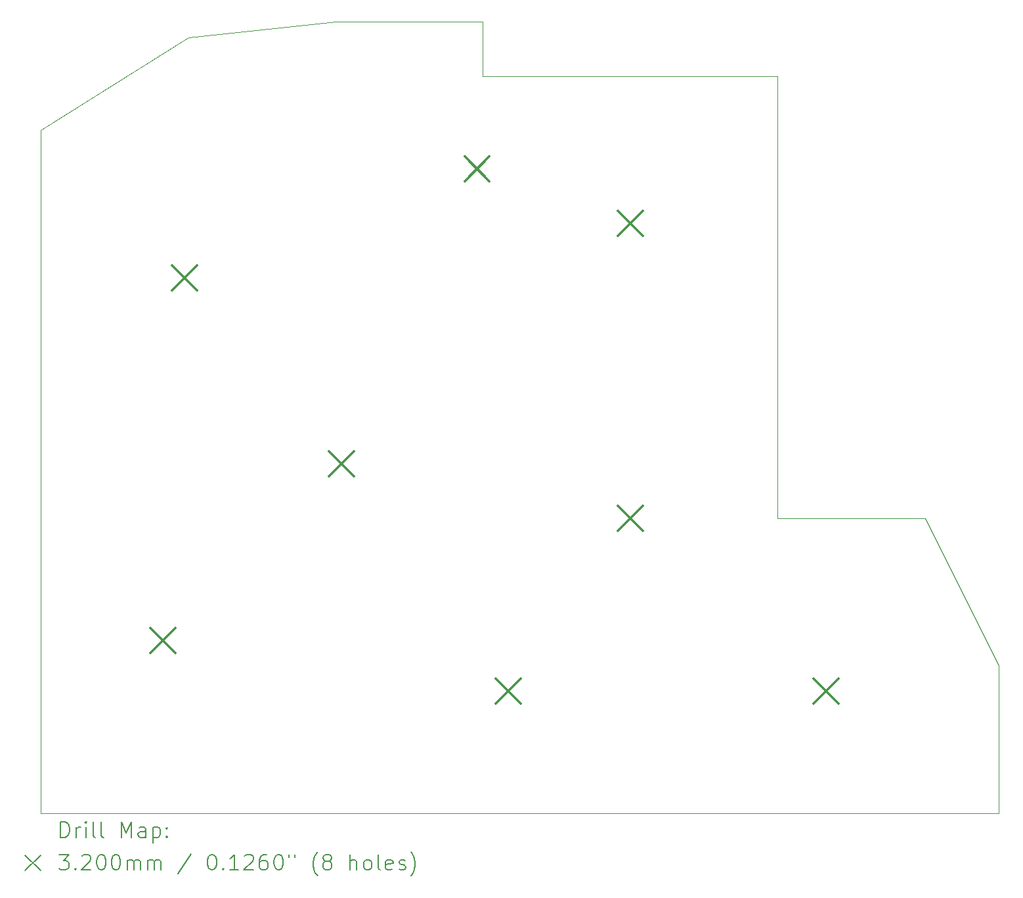
<source format=gbr>
%FSLAX45Y45*%
G04 Gerber Fmt 4.5, Leading zero omitted, Abs format (unit mm)*
G04 Created by KiCad (PCBNEW (5.99.0-12766-g4a3658027e)) date 2021-10-23 13:29:27*
%MOMM*%
%LPD*%
G01*
G04 APERTURE LIST*
%TA.AperFunction,Profile*%
%ADD10C,0.050000*%
%TD*%
%ADD11C,0.200000*%
%ADD12C,0.320000*%
G04 APERTURE END LIST*
D10*
X3375000Y-1500000D02*
X1475000Y-2700000D01*
X13825000Y-11500000D02*
X13825000Y-9600000D01*
X10975000Y-7700000D02*
X12875000Y-7700000D01*
X10975000Y-2000000D02*
X7175000Y-2000000D01*
X10975000Y-7700000D02*
X10975000Y-2000000D01*
X7175000Y-1300000D02*
X5275000Y-1300000D01*
X5275000Y-1300000D02*
X3375000Y-1500000D01*
X7175000Y-2000000D02*
X7175000Y-1300000D01*
X1475000Y-2700000D02*
X1475000Y-11500000D01*
X1475000Y-11500000D02*
X13825000Y-11500000D01*
X13825000Y-9600000D02*
X12875000Y-7700000D01*
D11*
D12*
X2890000Y-9115000D02*
X3210000Y-9435000D01*
X3210000Y-9115000D02*
X2890000Y-9435000D01*
X3165000Y-4440000D02*
X3485000Y-4760000D01*
X3485000Y-4440000D02*
X3165000Y-4760000D01*
X5190000Y-6840000D02*
X5510000Y-7160000D01*
X5510000Y-6840000D02*
X5190000Y-7160000D01*
X6940000Y-3040000D02*
X7260000Y-3360000D01*
X7260000Y-3040000D02*
X6940000Y-3360000D01*
X7340000Y-9765000D02*
X7660000Y-10085000D01*
X7660000Y-9765000D02*
X7340000Y-10085000D01*
X8915000Y-3740000D02*
X9235000Y-4060000D01*
X9235000Y-3740000D02*
X8915000Y-4060000D01*
X8915000Y-7540000D02*
X9235000Y-7860000D01*
X9235000Y-7540000D02*
X8915000Y-7860000D01*
X11440000Y-9765000D02*
X11760000Y-10085000D01*
X11760000Y-9765000D02*
X11440000Y-10085000D01*
D11*
X1730119Y-11812976D02*
X1730119Y-11612976D01*
X1777738Y-11612976D01*
X1806309Y-11622500D01*
X1825357Y-11641548D01*
X1834881Y-11660595D01*
X1844405Y-11698690D01*
X1844405Y-11727262D01*
X1834881Y-11765357D01*
X1825357Y-11784405D01*
X1806309Y-11803452D01*
X1777738Y-11812976D01*
X1730119Y-11812976D01*
X1930119Y-11812976D02*
X1930119Y-11679643D01*
X1930119Y-11717738D02*
X1939643Y-11698690D01*
X1949167Y-11689167D01*
X1968214Y-11679643D01*
X1987262Y-11679643D01*
X2053928Y-11812976D02*
X2053928Y-11679643D01*
X2053928Y-11612976D02*
X2044405Y-11622500D01*
X2053928Y-11632024D01*
X2063452Y-11622500D01*
X2053928Y-11612976D01*
X2053928Y-11632024D01*
X2177738Y-11812976D02*
X2158690Y-11803452D01*
X2149167Y-11784405D01*
X2149167Y-11612976D01*
X2282500Y-11812976D02*
X2263452Y-11803452D01*
X2253929Y-11784405D01*
X2253929Y-11612976D01*
X2511071Y-11812976D02*
X2511071Y-11612976D01*
X2577738Y-11755833D01*
X2644405Y-11612976D01*
X2644405Y-11812976D01*
X2825357Y-11812976D02*
X2825357Y-11708214D01*
X2815833Y-11689167D01*
X2796786Y-11679643D01*
X2758690Y-11679643D01*
X2739643Y-11689167D01*
X2825357Y-11803452D02*
X2806309Y-11812976D01*
X2758690Y-11812976D01*
X2739643Y-11803452D01*
X2730119Y-11784405D01*
X2730119Y-11765357D01*
X2739643Y-11746309D01*
X2758690Y-11736786D01*
X2806309Y-11736786D01*
X2825357Y-11727262D01*
X2920595Y-11679643D02*
X2920595Y-11879643D01*
X2920595Y-11689167D02*
X2939643Y-11679643D01*
X2977738Y-11679643D01*
X2996786Y-11689167D01*
X3006309Y-11698690D01*
X3015833Y-11717738D01*
X3015833Y-11774881D01*
X3006309Y-11793928D01*
X2996786Y-11803452D01*
X2977738Y-11812976D01*
X2939643Y-11812976D01*
X2920595Y-11803452D01*
X3101548Y-11793928D02*
X3111071Y-11803452D01*
X3101548Y-11812976D01*
X3092024Y-11803452D01*
X3101548Y-11793928D01*
X3101548Y-11812976D01*
X3101548Y-11689167D02*
X3111071Y-11698690D01*
X3101548Y-11708214D01*
X3092024Y-11698690D01*
X3101548Y-11689167D01*
X3101548Y-11708214D01*
X1272500Y-12042500D02*
X1472500Y-12242500D01*
X1472500Y-12042500D02*
X1272500Y-12242500D01*
X1711071Y-12032976D02*
X1834881Y-12032976D01*
X1768214Y-12109167D01*
X1796786Y-12109167D01*
X1815833Y-12118690D01*
X1825357Y-12128214D01*
X1834881Y-12147262D01*
X1834881Y-12194881D01*
X1825357Y-12213928D01*
X1815833Y-12223452D01*
X1796786Y-12232976D01*
X1739643Y-12232976D01*
X1720595Y-12223452D01*
X1711071Y-12213928D01*
X1920595Y-12213928D02*
X1930119Y-12223452D01*
X1920595Y-12232976D01*
X1911071Y-12223452D01*
X1920595Y-12213928D01*
X1920595Y-12232976D01*
X2006309Y-12052024D02*
X2015833Y-12042500D01*
X2034881Y-12032976D01*
X2082500Y-12032976D01*
X2101548Y-12042500D01*
X2111071Y-12052024D01*
X2120595Y-12071071D01*
X2120595Y-12090119D01*
X2111071Y-12118690D01*
X1996786Y-12232976D01*
X2120595Y-12232976D01*
X2244405Y-12032976D02*
X2263452Y-12032976D01*
X2282500Y-12042500D01*
X2292024Y-12052024D01*
X2301548Y-12071071D01*
X2311071Y-12109167D01*
X2311071Y-12156786D01*
X2301548Y-12194881D01*
X2292024Y-12213928D01*
X2282500Y-12223452D01*
X2263452Y-12232976D01*
X2244405Y-12232976D01*
X2225357Y-12223452D01*
X2215833Y-12213928D01*
X2206310Y-12194881D01*
X2196786Y-12156786D01*
X2196786Y-12109167D01*
X2206310Y-12071071D01*
X2215833Y-12052024D01*
X2225357Y-12042500D01*
X2244405Y-12032976D01*
X2434881Y-12032976D02*
X2453929Y-12032976D01*
X2472976Y-12042500D01*
X2482500Y-12052024D01*
X2492024Y-12071071D01*
X2501548Y-12109167D01*
X2501548Y-12156786D01*
X2492024Y-12194881D01*
X2482500Y-12213928D01*
X2472976Y-12223452D01*
X2453929Y-12232976D01*
X2434881Y-12232976D01*
X2415833Y-12223452D01*
X2406310Y-12213928D01*
X2396786Y-12194881D01*
X2387262Y-12156786D01*
X2387262Y-12109167D01*
X2396786Y-12071071D01*
X2406310Y-12052024D01*
X2415833Y-12042500D01*
X2434881Y-12032976D01*
X2587262Y-12232976D02*
X2587262Y-12099643D01*
X2587262Y-12118690D02*
X2596786Y-12109167D01*
X2615833Y-12099643D01*
X2644405Y-12099643D01*
X2663452Y-12109167D01*
X2672976Y-12128214D01*
X2672976Y-12232976D01*
X2672976Y-12128214D02*
X2682500Y-12109167D01*
X2701548Y-12099643D01*
X2730119Y-12099643D01*
X2749167Y-12109167D01*
X2758690Y-12128214D01*
X2758690Y-12232976D01*
X2853928Y-12232976D02*
X2853928Y-12099643D01*
X2853928Y-12118690D02*
X2863452Y-12109167D01*
X2882500Y-12099643D01*
X2911071Y-12099643D01*
X2930119Y-12109167D01*
X2939643Y-12128214D01*
X2939643Y-12232976D01*
X2939643Y-12128214D02*
X2949167Y-12109167D01*
X2968214Y-12099643D01*
X2996786Y-12099643D01*
X3015833Y-12109167D01*
X3025357Y-12128214D01*
X3025357Y-12232976D01*
X3415833Y-12023452D02*
X3244405Y-12280595D01*
X3672976Y-12032976D02*
X3692024Y-12032976D01*
X3711071Y-12042500D01*
X3720595Y-12052024D01*
X3730119Y-12071071D01*
X3739643Y-12109167D01*
X3739643Y-12156786D01*
X3730119Y-12194881D01*
X3720595Y-12213928D01*
X3711071Y-12223452D01*
X3692024Y-12232976D01*
X3672976Y-12232976D01*
X3653928Y-12223452D01*
X3644405Y-12213928D01*
X3634881Y-12194881D01*
X3625357Y-12156786D01*
X3625357Y-12109167D01*
X3634881Y-12071071D01*
X3644405Y-12052024D01*
X3653928Y-12042500D01*
X3672976Y-12032976D01*
X3825357Y-12213928D02*
X3834881Y-12223452D01*
X3825357Y-12232976D01*
X3815833Y-12223452D01*
X3825357Y-12213928D01*
X3825357Y-12232976D01*
X4025357Y-12232976D02*
X3911071Y-12232976D01*
X3968214Y-12232976D02*
X3968214Y-12032976D01*
X3949167Y-12061548D01*
X3930119Y-12080595D01*
X3911071Y-12090119D01*
X4101548Y-12052024D02*
X4111071Y-12042500D01*
X4130119Y-12032976D01*
X4177738Y-12032976D01*
X4196786Y-12042500D01*
X4206310Y-12052024D01*
X4215833Y-12071071D01*
X4215833Y-12090119D01*
X4206310Y-12118690D01*
X4092024Y-12232976D01*
X4215833Y-12232976D01*
X4387262Y-12032976D02*
X4349167Y-12032976D01*
X4330119Y-12042500D01*
X4320595Y-12052024D01*
X4301548Y-12080595D01*
X4292024Y-12118690D01*
X4292024Y-12194881D01*
X4301548Y-12213928D01*
X4311071Y-12223452D01*
X4330119Y-12232976D01*
X4368214Y-12232976D01*
X4387262Y-12223452D01*
X4396786Y-12213928D01*
X4406310Y-12194881D01*
X4406310Y-12147262D01*
X4396786Y-12128214D01*
X4387262Y-12118690D01*
X4368214Y-12109167D01*
X4330119Y-12109167D01*
X4311071Y-12118690D01*
X4301548Y-12128214D01*
X4292024Y-12147262D01*
X4530119Y-12032976D02*
X4549167Y-12032976D01*
X4568214Y-12042500D01*
X4577738Y-12052024D01*
X4587262Y-12071071D01*
X4596786Y-12109167D01*
X4596786Y-12156786D01*
X4587262Y-12194881D01*
X4577738Y-12213928D01*
X4568214Y-12223452D01*
X4549167Y-12232976D01*
X4530119Y-12232976D01*
X4511071Y-12223452D01*
X4501548Y-12213928D01*
X4492024Y-12194881D01*
X4482500Y-12156786D01*
X4482500Y-12109167D01*
X4492024Y-12071071D01*
X4501548Y-12052024D01*
X4511071Y-12042500D01*
X4530119Y-12032976D01*
X4672976Y-12032976D02*
X4672976Y-12071071D01*
X4749167Y-12032976D02*
X4749167Y-12071071D01*
X5044405Y-12309167D02*
X5034881Y-12299643D01*
X5015833Y-12271071D01*
X5006310Y-12252024D01*
X4996786Y-12223452D01*
X4987262Y-12175833D01*
X4987262Y-12137738D01*
X4996786Y-12090119D01*
X5006310Y-12061548D01*
X5015833Y-12042500D01*
X5034881Y-12013928D01*
X5044405Y-12004405D01*
X5149167Y-12118690D02*
X5130119Y-12109167D01*
X5120595Y-12099643D01*
X5111071Y-12080595D01*
X5111071Y-12071071D01*
X5120595Y-12052024D01*
X5130119Y-12042500D01*
X5149167Y-12032976D01*
X5187262Y-12032976D01*
X5206310Y-12042500D01*
X5215833Y-12052024D01*
X5225357Y-12071071D01*
X5225357Y-12080595D01*
X5215833Y-12099643D01*
X5206310Y-12109167D01*
X5187262Y-12118690D01*
X5149167Y-12118690D01*
X5130119Y-12128214D01*
X5120595Y-12137738D01*
X5111071Y-12156786D01*
X5111071Y-12194881D01*
X5120595Y-12213928D01*
X5130119Y-12223452D01*
X5149167Y-12232976D01*
X5187262Y-12232976D01*
X5206310Y-12223452D01*
X5215833Y-12213928D01*
X5225357Y-12194881D01*
X5225357Y-12156786D01*
X5215833Y-12137738D01*
X5206310Y-12128214D01*
X5187262Y-12118690D01*
X5463452Y-12232976D02*
X5463452Y-12032976D01*
X5549167Y-12232976D02*
X5549167Y-12128214D01*
X5539643Y-12109167D01*
X5520595Y-12099643D01*
X5492024Y-12099643D01*
X5472976Y-12109167D01*
X5463452Y-12118690D01*
X5672976Y-12232976D02*
X5653928Y-12223452D01*
X5644405Y-12213928D01*
X5634881Y-12194881D01*
X5634881Y-12137738D01*
X5644405Y-12118690D01*
X5653928Y-12109167D01*
X5672976Y-12099643D01*
X5701548Y-12099643D01*
X5720595Y-12109167D01*
X5730119Y-12118690D01*
X5739643Y-12137738D01*
X5739643Y-12194881D01*
X5730119Y-12213928D01*
X5720595Y-12223452D01*
X5701548Y-12232976D01*
X5672976Y-12232976D01*
X5853928Y-12232976D02*
X5834881Y-12223452D01*
X5825357Y-12204405D01*
X5825357Y-12032976D01*
X6006309Y-12223452D02*
X5987262Y-12232976D01*
X5949167Y-12232976D01*
X5930119Y-12223452D01*
X5920595Y-12204405D01*
X5920595Y-12128214D01*
X5930119Y-12109167D01*
X5949167Y-12099643D01*
X5987262Y-12099643D01*
X6006309Y-12109167D01*
X6015833Y-12128214D01*
X6015833Y-12147262D01*
X5920595Y-12166309D01*
X6092024Y-12223452D02*
X6111071Y-12232976D01*
X6149167Y-12232976D01*
X6168214Y-12223452D01*
X6177738Y-12204405D01*
X6177738Y-12194881D01*
X6168214Y-12175833D01*
X6149167Y-12166309D01*
X6120595Y-12166309D01*
X6101548Y-12156786D01*
X6092024Y-12137738D01*
X6092024Y-12128214D01*
X6101548Y-12109167D01*
X6120595Y-12099643D01*
X6149167Y-12099643D01*
X6168214Y-12109167D01*
X6244405Y-12309167D02*
X6253928Y-12299643D01*
X6272976Y-12271071D01*
X6282500Y-12252024D01*
X6292024Y-12223452D01*
X6301548Y-12175833D01*
X6301548Y-12137738D01*
X6292024Y-12090119D01*
X6282500Y-12061548D01*
X6272976Y-12042500D01*
X6253928Y-12013928D01*
X6244405Y-12004405D01*
M02*

</source>
